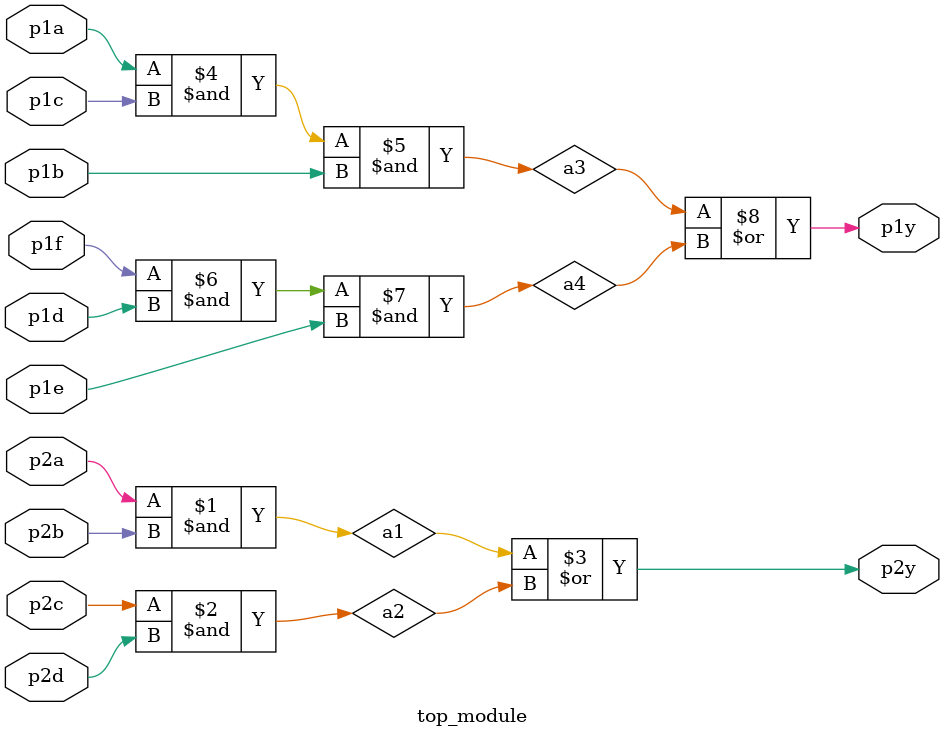
<source format=v>
module top_module ( 
    input p1a, p1b, p1c, p1d, p1e, p1f,p2a, p2b, p2c, p2d,
    output p1y,p2y );
    
    wire a1,a2,a3,a4;
    and(a1,p2a,p2b);
    and(a2,p2c,p2d);
    or(p2y,a1,a2);
    and(a3,p1a,p1c,p1b);
    and(a4,p1f,p1d,p1e);
    or(p1y,a3,a4);
    


endmodule

</source>
